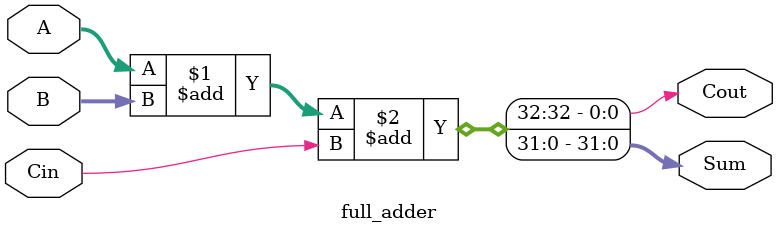
<source format=v>
`timescale 1ns / 1ps

module full_adder(input [31:0] A, 
                  input [31:0] B, 
                  input Cin, 
                  output Cout, 
                  output [31:0] Sum );   

    assign {Cout, Sum} = A + B + Cin;
    
endmodule

</source>
